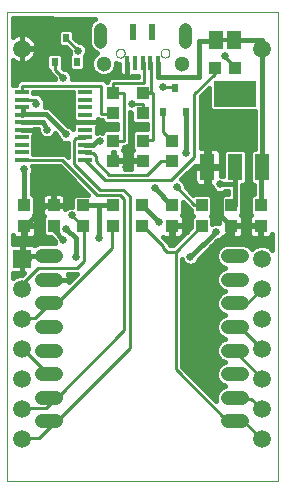
<source format=gtl>
G75*
%MOIN*%
%OFA0B0*%
%FSLAX25Y25*%
%IPPOS*%
%LPD*%
%AMOC8*
5,1,8,0,0,1.08239X$1,22.5*
%
%ADD10C,0.00000*%
%ADD11R,0.03937X0.04331*%
%ADD12R,0.04331X0.03937*%
%ADD13R,0.04500X0.01500*%
%ADD14R,0.02362X0.02756*%
%ADD15R,0.04800X0.08800*%
%ADD16R,0.14173X0.08661*%
%ADD17R,0.02362X0.05315*%
%ADD18R,0.01575X0.04921*%
%ADD19C,0.05118*%
%ADD20C,0.04331*%
%ADD21C,0.05906*%
%ADD22R,0.05906X0.05906*%
%ADD23C,0.04724*%
%ADD24R,0.04600X0.06300*%
%ADD25C,0.01200*%
%ADD26C,0.01000*%
%ADD27C,0.02600*%
%ADD28C,0.01600*%
D10*
X0001800Y0001800D02*
X0001800Y0158296D01*
X0038119Y0144517D02*
X0038121Y0144594D01*
X0038127Y0144670D01*
X0038137Y0144746D01*
X0038151Y0144821D01*
X0038168Y0144896D01*
X0038190Y0144969D01*
X0038215Y0145042D01*
X0038245Y0145113D01*
X0038277Y0145182D01*
X0038314Y0145249D01*
X0038353Y0145315D01*
X0038396Y0145378D01*
X0038443Y0145439D01*
X0038492Y0145498D01*
X0038545Y0145554D01*
X0038600Y0145607D01*
X0038658Y0145657D01*
X0038718Y0145704D01*
X0038781Y0145748D01*
X0038846Y0145789D01*
X0038913Y0145826D01*
X0038982Y0145860D01*
X0039052Y0145890D01*
X0039124Y0145916D01*
X0039198Y0145938D01*
X0039272Y0145957D01*
X0039347Y0145972D01*
X0039423Y0145983D01*
X0039499Y0145990D01*
X0039576Y0145993D01*
X0039652Y0145992D01*
X0039729Y0145987D01*
X0039805Y0145978D01*
X0039881Y0145965D01*
X0039955Y0145948D01*
X0040029Y0145928D01*
X0040102Y0145903D01*
X0040173Y0145875D01*
X0040243Y0145843D01*
X0040311Y0145808D01*
X0040377Y0145769D01*
X0040441Y0145727D01*
X0040502Y0145681D01*
X0040562Y0145632D01*
X0040618Y0145581D01*
X0040672Y0145526D01*
X0040723Y0145469D01*
X0040771Y0145409D01*
X0040816Y0145347D01*
X0040857Y0145282D01*
X0040895Y0145216D01*
X0040930Y0145148D01*
X0040960Y0145077D01*
X0040988Y0145006D01*
X0041011Y0144933D01*
X0041031Y0144859D01*
X0041047Y0144784D01*
X0041059Y0144708D01*
X0041067Y0144632D01*
X0041071Y0144555D01*
X0041071Y0144479D01*
X0041067Y0144402D01*
X0041059Y0144326D01*
X0041047Y0144250D01*
X0041031Y0144175D01*
X0041011Y0144101D01*
X0040988Y0144028D01*
X0040960Y0143957D01*
X0040930Y0143886D01*
X0040895Y0143818D01*
X0040857Y0143752D01*
X0040816Y0143687D01*
X0040771Y0143625D01*
X0040723Y0143565D01*
X0040672Y0143508D01*
X0040618Y0143453D01*
X0040562Y0143402D01*
X0040502Y0143353D01*
X0040441Y0143307D01*
X0040377Y0143265D01*
X0040311Y0143226D01*
X0040243Y0143191D01*
X0040173Y0143159D01*
X0040102Y0143131D01*
X0040029Y0143106D01*
X0039955Y0143086D01*
X0039881Y0143069D01*
X0039805Y0143056D01*
X0039729Y0143047D01*
X0039652Y0143042D01*
X0039576Y0143041D01*
X0039499Y0143044D01*
X0039423Y0143051D01*
X0039347Y0143062D01*
X0039272Y0143077D01*
X0039198Y0143096D01*
X0039124Y0143118D01*
X0039052Y0143144D01*
X0038982Y0143174D01*
X0038913Y0143208D01*
X0038846Y0143245D01*
X0038781Y0143286D01*
X0038718Y0143330D01*
X0038658Y0143377D01*
X0038600Y0143427D01*
X0038545Y0143480D01*
X0038492Y0143536D01*
X0038443Y0143595D01*
X0038396Y0143656D01*
X0038353Y0143719D01*
X0038314Y0143785D01*
X0038277Y0143852D01*
X0038245Y0143921D01*
X0038215Y0143992D01*
X0038190Y0144065D01*
X0038168Y0144138D01*
X0038151Y0144213D01*
X0038137Y0144288D01*
X0038127Y0144364D01*
X0038121Y0144440D01*
X0038119Y0144517D01*
X0001800Y0158295D02*
X0092352Y0158295D01*
X0092351Y0158296D02*
X0092351Y0001800D01*
X0001800Y0001800D01*
X0053080Y0144517D02*
X0053082Y0144594D01*
X0053088Y0144670D01*
X0053098Y0144746D01*
X0053112Y0144821D01*
X0053129Y0144896D01*
X0053151Y0144969D01*
X0053176Y0145042D01*
X0053206Y0145113D01*
X0053238Y0145182D01*
X0053275Y0145249D01*
X0053314Y0145315D01*
X0053357Y0145378D01*
X0053404Y0145439D01*
X0053453Y0145498D01*
X0053506Y0145554D01*
X0053561Y0145607D01*
X0053619Y0145657D01*
X0053679Y0145704D01*
X0053742Y0145748D01*
X0053807Y0145789D01*
X0053874Y0145826D01*
X0053943Y0145860D01*
X0054013Y0145890D01*
X0054085Y0145916D01*
X0054159Y0145938D01*
X0054233Y0145957D01*
X0054308Y0145972D01*
X0054384Y0145983D01*
X0054460Y0145990D01*
X0054537Y0145993D01*
X0054613Y0145992D01*
X0054690Y0145987D01*
X0054766Y0145978D01*
X0054842Y0145965D01*
X0054916Y0145948D01*
X0054990Y0145928D01*
X0055063Y0145903D01*
X0055134Y0145875D01*
X0055204Y0145843D01*
X0055272Y0145808D01*
X0055338Y0145769D01*
X0055402Y0145727D01*
X0055463Y0145681D01*
X0055523Y0145632D01*
X0055579Y0145581D01*
X0055633Y0145526D01*
X0055684Y0145469D01*
X0055732Y0145409D01*
X0055777Y0145347D01*
X0055818Y0145282D01*
X0055856Y0145216D01*
X0055891Y0145148D01*
X0055921Y0145077D01*
X0055949Y0145006D01*
X0055972Y0144933D01*
X0055992Y0144859D01*
X0056008Y0144784D01*
X0056020Y0144708D01*
X0056028Y0144632D01*
X0056032Y0144555D01*
X0056032Y0144479D01*
X0056028Y0144402D01*
X0056020Y0144326D01*
X0056008Y0144250D01*
X0055992Y0144175D01*
X0055972Y0144101D01*
X0055949Y0144028D01*
X0055921Y0143957D01*
X0055891Y0143886D01*
X0055856Y0143818D01*
X0055818Y0143752D01*
X0055777Y0143687D01*
X0055732Y0143625D01*
X0055684Y0143565D01*
X0055633Y0143508D01*
X0055579Y0143453D01*
X0055523Y0143402D01*
X0055463Y0143353D01*
X0055402Y0143307D01*
X0055338Y0143265D01*
X0055272Y0143226D01*
X0055204Y0143191D01*
X0055134Y0143159D01*
X0055063Y0143131D01*
X0054990Y0143106D01*
X0054916Y0143086D01*
X0054842Y0143069D01*
X0054766Y0143056D01*
X0054690Y0143047D01*
X0054613Y0143042D01*
X0054537Y0143041D01*
X0054460Y0143044D01*
X0054384Y0143051D01*
X0054308Y0143062D01*
X0054233Y0143077D01*
X0054159Y0143096D01*
X0054085Y0143118D01*
X0054013Y0143144D01*
X0053943Y0143174D01*
X0053874Y0143208D01*
X0053807Y0143245D01*
X0053742Y0143286D01*
X0053679Y0143330D01*
X0053619Y0143377D01*
X0053561Y0143427D01*
X0053506Y0143480D01*
X0053453Y0143536D01*
X0053404Y0143595D01*
X0053357Y0143656D01*
X0053314Y0143719D01*
X0053275Y0143785D01*
X0053238Y0143852D01*
X0053206Y0143921D01*
X0053176Y0143992D01*
X0053151Y0144065D01*
X0053129Y0144138D01*
X0053112Y0144213D01*
X0053098Y0144288D01*
X0053088Y0144364D01*
X0053082Y0144440D01*
X0053080Y0144517D01*
D11*
X0047076Y0115383D03*
X0047076Y0108690D03*
X0056918Y0093729D03*
X0056918Y0087036D03*
X0066761Y0087036D03*
X0066761Y0093729D03*
X0076603Y0093729D03*
X0076603Y0087036D03*
X0086446Y0087036D03*
X0086446Y0093729D03*
X0077981Y0139595D03*
X0071288Y0139595D03*
X0037233Y0115383D03*
X0037233Y0108690D03*
X0017391Y0093729D03*
X0017391Y0087036D03*
X0007548Y0087036D03*
X0007548Y0093729D03*
D12*
X0027233Y0093729D03*
X0027233Y0087036D03*
X0037076Y0087036D03*
X0037076Y0093729D03*
X0046918Y0093729D03*
X0046918Y0087036D03*
X0056918Y0108690D03*
X0056918Y0115383D03*
X0047076Y0124438D03*
X0047076Y0131131D03*
X0037233Y0131131D03*
X0037233Y0124438D03*
D13*
X0027878Y0123952D03*
X0027878Y0121452D03*
X0027878Y0118952D03*
X0027878Y0116452D03*
X0027878Y0113952D03*
X0027878Y0111452D03*
X0027878Y0108952D03*
X0027878Y0126452D03*
X0027878Y0128952D03*
X0027878Y0131452D03*
X0006778Y0131452D03*
X0006778Y0128952D03*
X0006778Y0126452D03*
X0006778Y0123952D03*
X0006778Y0121452D03*
X0006778Y0118952D03*
X0006778Y0116452D03*
X0006778Y0113952D03*
X0006778Y0111452D03*
X0006778Y0108952D03*
D14*
X0017745Y0141564D03*
X0021485Y0149438D03*
X0025225Y0141564D03*
X0053965Y0125028D03*
X0057706Y0132902D03*
X0061446Y0125028D03*
D15*
X0068700Y0106631D03*
X0077800Y0106631D03*
X0086900Y0106631D03*
D16*
X0077800Y0131032D03*
D17*
X0050225Y0151603D03*
X0043926Y0151603D03*
D18*
X0044517Y0141072D03*
X0047076Y0141072D03*
X0049635Y0141072D03*
X0052194Y0141072D03*
X0041957Y0141072D03*
D19*
X0034083Y0140973D03*
X0060068Y0140973D03*
D20*
X0061249Y0148257D02*
X0061249Y0152587D01*
X0032902Y0152587D02*
X0032902Y0148257D01*
D21*
X0006800Y0146048D03*
X0006800Y0066048D03*
X0006800Y0056048D03*
X0006800Y0046048D03*
X0006800Y0036048D03*
X0006800Y0026048D03*
X0006800Y0016048D03*
X0086800Y0016048D03*
X0086800Y0026048D03*
X0086800Y0036048D03*
X0086800Y0046048D03*
X0086800Y0056048D03*
X0086800Y0066048D03*
X0086800Y0076048D03*
X0086800Y0146048D03*
D22*
X0006800Y0076048D03*
D23*
X0013591Y0076871D02*
X0018316Y0076871D01*
X0018316Y0068997D02*
X0013591Y0068997D01*
X0013591Y0061123D02*
X0018316Y0061123D01*
X0018316Y0053249D02*
X0013591Y0053249D01*
X0013591Y0045375D02*
X0018316Y0045375D01*
X0018316Y0037501D02*
X0013591Y0037501D01*
X0013591Y0029627D02*
X0018316Y0029627D01*
X0018316Y0021753D02*
X0013591Y0021753D01*
X0075402Y0021753D02*
X0080127Y0021753D01*
X0080127Y0029627D02*
X0075402Y0029627D01*
X0075402Y0037501D02*
X0080127Y0037501D01*
X0080127Y0045375D02*
X0075402Y0045375D01*
X0075402Y0053249D02*
X0080127Y0053249D01*
X0080127Y0061123D02*
X0075402Y0061123D01*
X0075402Y0068997D02*
X0080127Y0068997D01*
X0080127Y0076871D02*
X0075402Y0076871D01*
D24*
X0077398Y0148847D03*
X0071398Y0148847D03*
D25*
X0071898Y0148847D02*
X0076898Y0148847D01*
X0049831Y0141072D02*
X0049635Y0141072D01*
X0047469Y0141072D02*
X0047076Y0141072D01*
X0047076Y0131328D02*
X0047076Y0131131D01*
X0047076Y0131328D02*
X0049831Y0131328D01*
X0037233Y0124438D02*
X0037233Y0124241D01*
X0006778Y0128952D02*
X0006778Y0128965D01*
X0006778Y0131452D02*
X0006918Y0131452D01*
D26*
X0006918Y0133690D01*
X0033296Y0133690D01*
X0033296Y0124241D01*
X0037233Y0124241D01*
X0037233Y0131131D02*
X0040776Y0131131D01*
X0040776Y0115186D01*
X0037233Y0115186D01*
X0037233Y0115383D01*
X0031500Y0110250D02*
X0031500Y0108450D01*
X0036000Y0103950D01*
X0048600Y0103950D01*
X0053100Y0108450D01*
X0056700Y0108450D01*
X0056918Y0108690D01*
X0056700Y0102150D02*
X0034650Y0102150D01*
X0027900Y0108900D01*
X0027878Y0108952D01*
X0027900Y0111150D02*
X0027878Y0111452D01*
X0027900Y0111150D02*
X0030600Y0111150D01*
X0031500Y0110250D01*
X0027450Y0116100D02*
X0027878Y0116452D01*
X0027450Y0116100D02*
X0024750Y0116100D01*
X0024300Y0115650D01*
X0024300Y0107550D01*
X0032850Y0099000D01*
X0040500Y0099000D01*
X0042750Y0096750D01*
X0042750Y0046350D01*
X0018450Y0022050D01*
X0018316Y0021753D01*
X0018000Y0021600D01*
X0012600Y0016200D01*
X0007200Y0016200D01*
X0006800Y0016048D01*
X0006800Y0026048D02*
X0007200Y0026100D01*
X0014850Y0026100D01*
X0018000Y0029250D01*
X0018316Y0029627D01*
X0018450Y0029700D01*
X0040950Y0052200D01*
X0040950Y0095850D01*
X0039600Y0097200D01*
X0031950Y0097200D01*
X0020250Y0108900D01*
X0007200Y0108900D01*
X0006778Y0108952D01*
X0011643Y0127587D02*
X0011643Y0128965D01*
X0006778Y0128965D01*
X0018000Y0141300D02*
X0017745Y0141564D01*
X0018000Y0141300D02*
X0018000Y0139050D01*
X0020700Y0136350D01*
X0025650Y0145350D02*
X0021600Y0149400D01*
X0021485Y0149438D01*
X0037233Y0134477D02*
X0037233Y0131131D01*
X0037233Y0134477D02*
X0047469Y0134477D01*
X0047469Y0141072D01*
X0049831Y0141072D02*
X0049831Y0131328D01*
X0050619Y0131131D02*
X0050619Y0115580D01*
X0047076Y0115580D01*
X0047076Y0115383D01*
X0047076Y0124438D02*
X0047076Y0127587D01*
X0043532Y0127587D01*
X0047076Y0131131D02*
X0050619Y0131131D01*
X0054000Y0133200D02*
X0057600Y0133200D01*
X0057706Y0132902D01*
X0053965Y0125028D02*
X0054000Y0124650D01*
X0054000Y0118350D01*
X0056700Y0115650D01*
X0056918Y0115383D01*
X0064350Y0109800D02*
X0056700Y0102150D01*
X0058500Y0099900D02*
X0064350Y0094050D01*
X0066600Y0094050D01*
X0066761Y0093729D01*
X0066761Y0087036D02*
X0066600Y0086850D01*
X0058050Y0078300D01*
X0058050Y0039150D01*
X0075150Y0022050D01*
X0075402Y0021753D01*
X0075600Y0021600D01*
X0081000Y0021600D01*
X0086400Y0016200D01*
X0086800Y0016048D01*
X0086800Y0026048D02*
X0086400Y0026100D01*
X0083250Y0029250D01*
X0075600Y0029250D01*
X0075402Y0029627D01*
X0086400Y0036450D02*
X0077850Y0045000D01*
X0075600Y0045000D01*
X0075402Y0045375D01*
X0075600Y0053100D02*
X0075402Y0053249D01*
X0075600Y0053100D02*
X0079650Y0053100D01*
X0086400Y0046350D01*
X0086800Y0046048D01*
X0086400Y0036450D02*
X0086800Y0036048D01*
X0081900Y0061200D02*
X0075600Y0061200D01*
X0075402Y0061123D01*
X0081900Y0061200D02*
X0086400Y0065700D01*
X0086800Y0066048D01*
X0064350Y0109800D02*
X0064350Y0130950D01*
X0071100Y0137700D01*
X0071100Y0139500D01*
X0071288Y0139595D01*
X0074700Y0143100D02*
X0074700Y0143550D01*
X0074700Y0143100D02*
X0077850Y0139950D01*
X0077981Y0139595D01*
X0047250Y0086850D02*
X0046918Y0087036D01*
X0047250Y0086850D02*
X0054000Y0080100D01*
X0054000Y0079650D01*
X0055350Y0078300D01*
X0058050Y0078300D01*
X0036900Y0079650D02*
X0018450Y0061200D01*
X0018316Y0061123D01*
X0018000Y0060750D01*
X0015750Y0060750D01*
X0011250Y0056250D01*
X0007200Y0056250D01*
X0006800Y0056048D01*
X0006800Y0046048D02*
X0007200Y0045900D01*
X0015300Y0037800D01*
X0018000Y0037800D01*
X0018316Y0037501D01*
X0007200Y0066150D02*
X0006800Y0066048D01*
X0007200Y0066150D02*
X0007200Y0067950D01*
X0012150Y0072900D01*
X0025200Y0072900D01*
X0027450Y0075150D01*
X0027450Y0086850D01*
X0027233Y0087036D01*
X0027000Y0086850D01*
X0023400Y0090450D01*
X0036900Y0086850D02*
X0036900Y0079650D01*
X0036900Y0086850D02*
X0037076Y0087036D01*
D27*
X0032400Y0082800D03*
X0024750Y0076500D03*
X0020700Y0082350D03*
X0021600Y0085950D03*
X0023400Y0090450D03*
X0032850Y0115200D03*
X0041400Y0106650D03*
X0051300Y0099450D03*
X0052650Y0088200D03*
X0056700Y0081000D03*
X0063000Y0076500D03*
X0069300Y0078300D03*
X0071550Y0085050D03*
X0072900Y0100800D03*
X0061650Y0111150D03*
X0058500Y0099900D03*
X0043532Y0127587D03*
X0054000Y0133200D03*
X0074700Y0143550D03*
X0025650Y0145350D03*
X0020700Y0136350D03*
X0015300Y0130950D03*
X0011643Y0127587D03*
X0015187Y0118969D03*
X0011643Y0116170D03*
X0007650Y0105750D03*
X0021600Y0117450D03*
D28*
X0014850Y0124200D01*
X0007650Y0124200D01*
X0006778Y0123952D01*
X0007200Y0124200D01*
X0007200Y0126450D01*
X0006778Y0126452D01*
X0006778Y0121452D02*
X0011137Y0121500D01*
X0013837Y0121500D01*
X0015187Y0118969D01*
X0017645Y0117326D02*
X0016830Y0116510D01*
X0015764Y0116069D01*
X0014610Y0116069D01*
X0013544Y0116510D01*
X0012729Y0117326D01*
X0012287Y0118392D01*
X0012287Y0119100D01*
X0011150Y0119100D01*
X0011028Y0119099D01*
X0011028Y0118952D01*
X0006778Y0118952D01*
X0006778Y0118952D01*
X0011028Y0118952D01*
X0011028Y0117938D01*
X0010891Y0117430D01*
X0010628Y0116974D01*
X0010628Y0116973D01*
X0010628Y0111000D01*
X0021120Y0111000D01*
X0022200Y0109920D01*
X0022200Y0114560D01*
X0022177Y0114550D01*
X0021023Y0114550D01*
X0019957Y0114991D01*
X0019141Y0115807D01*
X0018700Y0116873D01*
X0018700Y0116956D01*
X0017846Y0117810D01*
X0017645Y0117326D01*
X0017212Y0116893D02*
X0018700Y0116893D01*
X0019654Y0115294D02*
X0010628Y0115294D01*
X0011643Y0116170D02*
X0011643Y0118952D01*
X0006778Y0118952D01*
X0011028Y0118491D02*
X0012287Y0118491D01*
X0013162Y0116893D02*
X0010628Y0116893D01*
X0010628Y0113696D02*
X0022200Y0113696D01*
X0022200Y0112097D02*
X0010628Y0112097D01*
X0010354Y0106800D02*
X0019380Y0106800D01*
X0028883Y0097298D01*
X0024405Y0097298D01*
X0023468Y0096360D01*
X0023468Y0093350D01*
X0022823Y0093350D01*
X0021757Y0092908D01*
X0021359Y0092510D01*
X0021359Y0093545D01*
X0017575Y0093545D01*
X0017575Y0093913D01*
X0021359Y0093913D01*
X0021359Y0096158D01*
X0021223Y0096666D01*
X0020959Y0097123D01*
X0020587Y0097495D01*
X0020131Y0097758D01*
X0019622Y0097894D01*
X0017575Y0097894D01*
X0017575Y0093913D01*
X0017206Y0093913D01*
X0017206Y0093545D01*
X0013422Y0093545D01*
X0013422Y0091300D01*
X0013558Y0090792D01*
X0013822Y0090336D01*
X0014058Y0090100D01*
X0013822Y0089864D01*
X0013822Y0084208D01*
X0014759Y0083271D01*
X0016385Y0083271D01*
X0017800Y0081856D01*
X0017800Y0081773D01*
X0018024Y0081233D01*
X0013248Y0081233D01*
X0012570Y0081126D01*
X0011917Y0080913D01*
X0011305Y0080602D01*
X0011117Y0080465D01*
X0010981Y0080601D01*
X0010525Y0080864D01*
X0010016Y0081001D01*
X0006875Y0081001D01*
X0006875Y0076123D01*
X0009293Y0076123D01*
X0009317Y0075973D01*
X0006875Y0075973D01*
X0006875Y0071095D01*
X0007375Y0071095D01*
X0006881Y0070601D01*
X0005894Y0070601D01*
X0004221Y0069908D01*
X0003800Y0069487D01*
X0003800Y0071095D01*
X0006725Y0071095D01*
X0006725Y0075973D01*
X0006875Y0075973D01*
X0006875Y0076123D01*
X0006725Y0076123D01*
X0006725Y0081001D01*
X0003800Y0081001D01*
X0003800Y0083953D01*
X0003979Y0083643D01*
X0004351Y0083270D01*
X0004808Y0083007D01*
X0005316Y0082871D01*
X0007364Y0082871D01*
X0007364Y0086852D01*
X0007732Y0086852D01*
X0007732Y0082871D01*
X0009780Y0082871D01*
X0010288Y0083007D01*
X0010745Y0083270D01*
X0011117Y0083643D01*
X0011380Y0084099D01*
X0011517Y0084608D01*
X0011517Y0086852D01*
X0007732Y0086852D01*
X0007732Y0087220D01*
X0011517Y0087220D01*
X0011517Y0089465D01*
X0011380Y0089974D01*
X0011117Y0090430D01*
X0010881Y0090666D01*
X0011117Y0090901D01*
X0011117Y0096557D01*
X0010179Y0097494D01*
X0010050Y0097494D01*
X0010050Y0104049D01*
X0010108Y0104107D01*
X0010550Y0105173D01*
X0010550Y0106327D01*
X0010354Y0106800D01*
X0010550Y0105703D02*
X0020477Y0105703D01*
X0022075Y0104105D02*
X0010106Y0104105D01*
X0010050Y0102506D02*
X0023674Y0102506D01*
X0025272Y0100908D02*
X0010050Y0100908D01*
X0010050Y0099309D02*
X0026871Y0099309D01*
X0028469Y0097711D02*
X0020213Y0097711D01*
X0021359Y0096112D02*
X0023468Y0096112D01*
X0023468Y0094514D02*
X0021359Y0094514D01*
X0021359Y0092915D02*
X0021773Y0092915D01*
X0021600Y0085950D02*
X0024750Y0082800D01*
X0024750Y0076500D01*
X0025080Y0070800D02*
X0022293Y0070800D01*
X0022358Y0070671D01*
X0022571Y0070018D01*
X0022678Y0069340D01*
X0022678Y0068997D01*
X0018316Y0068997D01*
X0018316Y0068997D01*
X0022678Y0068997D01*
X0022678Y0068654D01*
X0022630Y0068350D01*
X0025080Y0070800D01*
X0024816Y0070536D02*
X0022402Y0070536D01*
X0022678Y0068937D02*
X0023218Y0068937D01*
X0018316Y0076871D02*
X0018000Y0076950D01*
X0007650Y0076950D01*
X0006800Y0076048D01*
X0007200Y0076050D01*
X0007200Y0086850D01*
X0007548Y0087036D01*
X0008100Y0087300D01*
X0014400Y0093600D01*
X0017100Y0093600D01*
X0017391Y0093729D01*
X0017206Y0093913D02*
X0013422Y0093913D01*
X0013422Y0096158D01*
X0013558Y0096666D01*
X0013822Y0097123D01*
X0014194Y0097495D01*
X0014650Y0097758D01*
X0015159Y0097894D01*
X0017206Y0097894D01*
X0017206Y0093913D01*
X0017206Y0094514D02*
X0017575Y0094514D01*
X0017575Y0096112D02*
X0017206Y0096112D01*
X0017206Y0097711D02*
X0017575Y0097711D01*
X0014568Y0097711D02*
X0010050Y0097711D01*
X0011117Y0096112D02*
X0013422Y0096112D01*
X0013422Y0094514D02*
X0011117Y0094514D01*
X0011117Y0092915D02*
X0013422Y0092915D01*
X0013422Y0091317D02*
X0011117Y0091317D01*
X0011449Y0089718D02*
X0013822Y0089718D01*
X0013822Y0088120D02*
X0011517Y0088120D01*
X0011517Y0086521D02*
X0013822Y0086521D01*
X0013822Y0084923D02*
X0011517Y0084923D01*
X0010798Y0083324D02*
X0014706Y0083324D01*
X0017820Y0081726D02*
X0003800Y0081726D01*
X0003800Y0083324D02*
X0004298Y0083324D01*
X0007364Y0083324D02*
X0007732Y0083324D01*
X0007732Y0084923D02*
X0007364Y0084923D01*
X0007364Y0086521D02*
X0007732Y0086521D01*
X0006875Y0080127D02*
X0006725Y0080127D01*
X0006725Y0078529D02*
X0006875Y0078529D01*
X0006875Y0076930D02*
X0006725Y0076930D01*
X0006725Y0075332D02*
X0006875Y0075332D01*
X0006875Y0073733D02*
X0006725Y0073733D01*
X0006725Y0072134D02*
X0006875Y0072134D01*
X0005738Y0070536D02*
X0003800Y0070536D01*
X0017550Y0085500D02*
X0020700Y0082350D01*
X0017550Y0085500D02*
X0017550Y0086850D01*
X0017391Y0087036D01*
X0027233Y0093729D02*
X0027450Y0094050D01*
X0032400Y0094050D01*
X0032400Y0082800D01*
X0032400Y0094050D02*
X0036900Y0094050D01*
X0037076Y0093729D01*
X0041145Y0106050D02*
X0041202Y0106261D01*
X0041202Y0108505D01*
X0037417Y0108505D01*
X0037417Y0108874D01*
X0037049Y0108874D01*
X0037049Y0111617D01*
X0037417Y0111617D01*
X0037417Y0108874D01*
X0041202Y0108874D01*
X0041202Y0111118D01*
X0041065Y0111627D01*
X0040802Y0112083D01*
X0040566Y0112319D01*
X0040802Y0112555D01*
X0040802Y0113086D01*
X0041646Y0113086D01*
X0042876Y0114316D01*
X0042876Y0124720D01*
X0042955Y0124687D01*
X0043310Y0124687D01*
X0043310Y0121807D01*
X0044247Y0120869D01*
X0048519Y0120869D01*
X0048519Y0119148D01*
X0044444Y0119148D01*
X0043507Y0118211D01*
X0043507Y0112555D01*
X0043743Y0112319D01*
X0043507Y0112083D01*
X0043243Y0111627D01*
X0043107Y0111118D01*
X0043107Y0108874D01*
X0046891Y0108874D01*
X0046891Y0108505D01*
X0043107Y0108505D01*
X0043107Y0106261D01*
X0043164Y0106050D01*
X0041145Y0106050D01*
X0041400Y0106650D02*
X0041400Y0108900D01*
X0037350Y0108900D01*
X0037233Y0108690D01*
X0037049Y0108900D02*
X0037417Y0108900D01*
X0037417Y0110499D02*
X0037049Y0110499D01*
X0040788Y0112097D02*
X0043521Y0112097D01*
X0043507Y0113696D02*
X0042256Y0113696D01*
X0042876Y0115294D02*
X0043507Y0115294D01*
X0043507Y0116893D02*
X0042876Y0116893D01*
X0042876Y0118491D02*
X0043788Y0118491D01*
X0042876Y0120090D02*
X0048519Y0120090D01*
X0043428Y0121688D02*
X0042876Y0121688D01*
X0042876Y0123287D02*
X0043310Y0123287D01*
X0038676Y0120869D02*
X0038676Y0119148D01*
X0034602Y0119148D01*
X0033665Y0118211D01*
X0033665Y0118002D01*
X0033427Y0118100D01*
X0032273Y0118100D01*
X0031728Y0117874D01*
X0031728Y0119473D01*
X0031728Y0119474D01*
X0031991Y0119930D01*
X0032128Y0120438D01*
X0032128Y0121452D01*
X0032128Y0122440D01*
X0032426Y0122141D01*
X0033468Y0122141D01*
X0033468Y0121807D01*
X0034405Y0120869D01*
X0038676Y0120869D01*
X0038676Y0120090D02*
X0032034Y0120090D01*
X0032128Y0121452D02*
X0027878Y0121452D01*
X0032128Y0121452D01*
X0032128Y0121688D02*
X0033586Y0121688D01*
X0033945Y0118491D02*
X0031728Y0118491D01*
X0031950Y0115200D02*
X0030600Y0113850D01*
X0027900Y0113850D01*
X0027878Y0113952D01*
X0031950Y0115200D02*
X0032850Y0115200D01*
X0027878Y0121452D02*
X0027878Y0121452D01*
X0027450Y0121500D01*
X0024750Y0121500D01*
X0015300Y0130950D01*
X0013743Y0129835D02*
X0012512Y0131065D01*
X0010628Y0131065D01*
X0010628Y0131590D01*
X0024028Y0131590D01*
X0024028Y0123430D01*
X0024027Y0123430D01*
X0023764Y0122974D01*
X0023628Y0122465D01*
X0023628Y0121452D01*
X0027877Y0121452D01*
X0027877Y0121452D01*
X0023628Y0121452D01*
X0023628Y0120438D01*
X0023764Y0119930D01*
X0024027Y0119474D01*
X0024028Y0119473D01*
X0024028Y0119124D01*
X0023243Y0119908D01*
X0022177Y0120350D01*
X0022094Y0120350D01*
X0016209Y0126235D01*
X0015327Y0126600D01*
X0014372Y0126600D01*
X0014543Y0127011D01*
X0014543Y0128164D01*
X0014101Y0129230D01*
X0013743Y0129589D01*
X0013743Y0129835D01*
X0013743Y0129681D02*
X0024028Y0129681D01*
X0024028Y0131279D02*
X0010628Y0131279D01*
X0014543Y0128082D02*
X0024028Y0128082D01*
X0024028Y0126484D02*
X0015608Y0126484D01*
X0017559Y0124885D02*
X0024028Y0124885D01*
X0023945Y0123287D02*
X0019157Y0123287D01*
X0020756Y0121688D02*
X0023628Y0121688D01*
X0023721Y0120090D02*
X0022805Y0120090D01*
X0022200Y0110499D02*
X0021621Y0110499D01*
X0007650Y0105750D02*
X0007650Y0094050D01*
X0007548Y0093729D01*
X0004818Y0133802D02*
X0003865Y0133802D01*
X0003800Y0133737D01*
X0003800Y0142106D01*
X0004204Y0141812D01*
X0004899Y0141458D01*
X0005640Y0141217D01*
X0006410Y0141095D01*
X0006725Y0141095D01*
X0006725Y0145973D01*
X0006875Y0145973D01*
X0006875Y0141095D01*
X0007190Y0141095D01*
X0007960Y0141217D01*
X0008701Y0141458D01*
X0009396Y0141812D01*
X0010027Y0142270D01*
X0010578Y0142822D01*
X0011036Y0143452D01*
X0011390Y0144147D01*
X0011631Y0144888D01*
X0011753Y0145658D01*
X0011753Y0145973D01*
X0006875Y0145973D01*
X0006875Y0146123D01*
X0011753Y0146123D01*
X0011753Y0146438D01*
X0011631Y0147208D01*
X0011390Y0147949D01*
X0011036Y0148644D01*
X0010578Y0149275D01*
X0010027Y0149826D01*
X0009396Y0150284D01*
X0008701Y0150638D01*
X0007960Y0150879D01*
X0007190Y0151001D01*
X0006875Y0151001D01*
X0006875Y0146123D01*
X0006725Y0146123D01*
X0006725Y0151001D01*
X0006410Y0151001D01*
X0005640Y0150879D01*
X0004899Y0150638D01*
X0004204Y0150284D01*
X0003800Y0149990D01*
X0003800Y0156273D01*
X0031216Y0155964D01*
X0030769Y0155780D01*
X0029710Y0154720D01*
X0029137Y0153336D01*
X0029137Y0147508D01*
X0029710Y0146124D01*
X0030769Y0145065D01*
X0031931Y0144583D01*
X0031728Y0144499D01*
X0030558Y0143329D01*
X0029924Y0141801D01*
X0029924Y0140146D01*
X0030558Y0138617D01*
X0031728Y0137447D01*
X0033256Y0136814D01*
X0034911Y0136814D01*
X0036439Y0137447D01*
X0037609Y0138617D01*
X0038243Y0140146D01*
X0038243Y0141314D01*
X0038904Y0141040D01*
X0039170Y0141040D01*
X0039170Y0138348D01*
X0039306Y0137839D01*
X0039570Y0137383D01*
X0039942Y0137011D01*
X0040398Y0136747D01*
X0040907Y0136611D01*
X0041957Y0136611D01*
X0041957Y0141072D01*
X0041957Y0136643D01*
X0033690Y0136643D01*
X0033300Y0136800D01*
X0024750Y0136800D01*
X0020700Y0140850D01*
X0020700Y0143550D01*
X0018450Y0145800D01*
X0007200Y0145800D01*
X0006800Y0146048D01*
X0006725Y0145666D02*
X0006875Y0145666D01*
X0006875Y0144068D02*
X0006725Y0144068D01*
X0006725Y0142469D02*
X0006875Y0142469D01*
X0010225Y0142469D02*
X0014964Y0142469D01*
X0014964Y0143604D02*
X0014964Y0139523D01*
X0015900Y0138587D01*
X0015900Y0138180D01*
X0017800Y0136280D01*
X0017800Y0135790D01*
X0006048Y0135790D01*
X0004818Y0134560D01*
X0004818Y0133802D01*
X0004818Y0134476D02*
X0003800Y0134476D01*
X0003800Y0136075D02*
X0017800Y0136075D01*
X0016407Y0137673D02*
X0003800Y0137673D01*
X0003800Y0139272D02*
X0015215Y0139272D01*
X0014964Y0140870D02*
X0003800Y0140870D01*
X0006725Y0147265D02*
X0006875Y0147265D01*
X0006875Y0148863D02*
X0006725Y0148863D01*
X0006725Y0150462D02*
X0006875Y0150462D01*
X0009047Y0150462D02*
X0018704Y0150462D01*
X0018704Y0151478D02*
X0018704Y0147397D01*
X0019641Y0146460D01*
X0021570Y0146460D01*
X0022750Y0145280D01*
X0022750Y0144773D01*
X0023003Y0144163D01*
X0022444Y0143604D01*
X0022444Y0139523D01*
X0023381Y0138586D01*
X0027069Y0138586D01*
X0028006Y0139523D01*
X0028006Y0143604D01*
X0028006Y0143605D01*
X0028108Y0143707D01*
X0028550Y0144773D01*
X0028550Y0145927D01*
X0028108Y0146993D01*
X0027293Y0147808D01*
X0026227Y0148250D01*
X0025720Y0148250D01*
X0024266Y0149704D01*
X0024266Y0151478D01*
X0023329Y0152416D01*
X0019641Y0152416D01*
X0018704Y0151478D01*
X0019286Y0152060D02*
X0003800Y0152060D01*
X0003800Y0150462D02*
X0004553Y0150462D01*
X0003800Y0153659D02*
X0029270Y0153659D01*
X0029137Y0152060D02*
X0023685Y0152060D01*
X0024266Y0150462D02*
X0029137Y0150462D01*
X0029137Y0148863D02*
X0025107Y0148863D01*
X0027837Y0147265D02*
X0029238Y0147265D01*
X0028550Y0145666D02*
X0030168Y0145666D01*
X0031296Y0144068D02*
X0028258Y0144068D01*
X0028006Y0142469D02*
X0030201Y0142469D01*
X0029924Y0140870D02*
X0028006Y0140870D01*
X0027755Y0139272D02*
X0030286Y0139272D01*
X0031501Y0137673D02*
X0023291Y0137673D01*
X0023158Y0137993D02*
X0022343Y0138808D01*
X0021277Y0139250D01*
X0020770Y0139250D01*
X0020511Y0139508D01*
X0020526Y0139523D01*
X0020526Y0143604D01*
X0019589Y0144542D01*
X0015901Y0144542D01*
X0014964Y0143604D01*
X0015427Y0144068D02*
X0011349Y0144068D01*
X0011753Y0145666D02*
X0022364Y0145666D01*
X0022907Y0144068D02*
X0020063Y0144068D01*
X0020526Y0142469D02*
X0022444Y0142469D01*
X0022444Y0140870D02*
X0020526Y0140870D01*
X0020748Y0139272D02*
X0022695Y0139272D01*
X0023158Y0137993D02*
X0023600Y0136927D01*
X0023600Y0135790D01*
X0034166Y0135790D01*
X0035133Y0134823D01*
X0035133Y0135347D01*
X0036363Y0136577D01*
X0045369Y0136577D01*
X0045369Y0137011D01*
X0043973Y0137011D01*
X0043973Y0137011D01*
X0043517Y0136747D01*
X0043008Y0136611D01*
X0041958Y0136611D01*
X0041958Y0141072D01*
X0041957Y0141072D01*
X0041957Y0140870D02*
X0041958Y0140870D01*
X0041957Y0139272D02*
X0041958Y0139272D01*
X0041957Y0137673D02*
X0041958Y0137673D01*
X0039402Y0137673D02*
X0036665Y0137673D01*
X0035861Y0136075D02*
X0023600Y0136075D01*
X0018837Y0147265D02*
X0011612Y0147265D01*
X0010877Y0148863D02*
X0018704Y0148863D01*
X0030247Y0155257D02*
X0003800Y0155257D01*
X0038243Y0140870D02*
X0039170Y0140870D01*
X0039170Y0139272D02*
X0037880Y0139272D01*
X0052194Y0141072D02*
X0052194Y0136446D01*
X0065973Y0136446D01*
X0065973Y0148650D01*
X0071398Y0148650D01*
X0071398Y0148847D01*
X0077398Y0148847D02*
X0086800Y0148847D01*
X0086800Y0146048D01*
X0086850Y0145350D01*
X0086850Y0107100D01*
X0086900Y0106631D01*
X0086446Y0106631D01*
X0086446Y0093729D01*
X0084046Y0097494D02*
X0083814Y0097494D01*
X0082877Y0096557D01*
X0082877Y0090901D01*
X0083113Y0090666D01*
X0082877Y0090430D01*
X0082613Y0089974D01*
X0082477Y0089465D01*
X0082477Y0087220D01*
X0086261Y0087220D01*
X0086261Y0086852D01*
X0082477Y0086852D01*
X0082477Y0084608D01*
X0082613Y0084099D01*
X0082877Y0083643D01*
X0083249Y0083270D01*
X0083705Y0083007D01*
X0084214Y0082871D01*
X0086261Y0082871D01*
X0086261Y0086852D01*
X0086630Y0086852D01*
X0086630Y0082871D01*
X0088677Y0082871D01*
X0089186Y0083007D01*
X0089642Y0083270D01*
X0090015Y0083643D01*
X0090278Y0084099D01*
X0090351Y0084373D01*
X0090351Y0078935D01*
X0089379Y0079908D01*
X0087706Y0080601D01*
X0085894Y0080601D01*
X0084221Y0079908D01*
X0083457Y0079144D01*
X0082371Y0080230D01*
X0080915Y0080833D01*
X0074614Y0080833D01*
X0073158Y0080230D01*
X0072043Y0079115D01*
X0071440Y0077659D01*
X0071440Y0076083D01*
X0072043Y0074626D01*
X0073158Y0073512D01*
X0074553Y0072934D01*
X0073158Y0072356D01*
X0072043Y0071241D01*
X0071440Y0069785D01*
X0071440Y0068209D01*
X0072043Y0066752D01*
X0073158Y0065638D01*
X0074553Y0065060D01*
X0073158Y0064482D01*
X0072043Y0063367D01*
X0071440Y0061911D01*
X0071440Y0060335D01*
X0072043Y0058878D01*
X0073158Y0057764D01*
X0074553Y0057186D01*
X0073158Y0056608D01*
X0072043Y0055493D01*
X0071440Y0054037D01*
X0071440Y0052461D01*
X0072043Y0051004D01*
X0073158Y0049890D01*
X0074553Y0049312D01*
X0073158Y0048734D01*
X0072043Y0047619D01*
X0071440Y0046163D01*
X0071440Y0044587D01*
X0072043Y0043130D01*
X0073158Y0042016D01*
X0074553Y0041438D01*
X0073158Y0040860D01*
X0072043Y0039745D01*
X0071440Y0038289D01*
X0071440Y0036713D01*
X0072043Y0035256D01*
X0073158Y0034142D01*
X0074553Y0033564D01*
X0073158Y0032986D01*
X0072043Y0031871D01*
X0071440Y0030415D01*
X0071440Y0028839D01*
X0071517Y0028653D01*
X0060150Y0040020D01*
X0060150Y0075802D01*
X0060541Y0074857D01*
X0061357Y0074041D01*
X0062423Y0073600D01*
X0063577Y0073600D01*
X0064643Y0074041D01*
X0065458Y0074857D01*
X0065900Y0075923D01*
X0065900Y0076006D01*
X0072044Y0082150D01*
X0072127Y0082150D01*
X0073193Y0082591D01*
X0073701Y0083100D01*
X0073863Y0083007D01*
X0074371Y0082871D01*
X0076419Y0082871D01*
X0076419Y0086852D01*
X0076787Y0086852D01*
X0076787Y0082871D01*
X0078835Y0082871D01*
X0079344Y0083007D01*
X0079800Y0083270D01*
X0080172Y0083643D01*
X0080435Y0084099D01*
X0080572Y0084608D01*
X0080572Y0086852D01*
X0076787Y0086852D01*
X0076787Y0087220D01*
X0080572Y0087220D01*
X0080572Y0089465D01*
X0080435Y0089974D01*
X0080172Y0090430D01*
X0079936Y0090666D01*
X0080172Y0090901D01*
X0080172Y0093183D01*
X0080200Y0093252D01*
X0080200Y0100631D01*
X0080863Y0100631D01*
X0081800Y0101569D01*
X0081800Y0111694D01*
X0080863Y0112631D01*
X0074737Y0112631D01*
X0073800Y0111694D01*
X0073800Y0103566D01*
X0073477Y0103700D01*
X0073100Y0103700D01*
X0073100Y0106231D01*
X0069100Y0106231D01*
X0069100Y0100231D01*
X0070000Y0100231D01*
X0070000Y0100223D01*
X0070441Y0099157D01*
X0071257Y0098341D01*
X0072323Y0097900D01*
X0073477Y0097900D01*
X0074543Y0098341D01*
X0074601Y0098400D01*
X0075400Y0098400D01*
X0075400Y0097494D01*
X0073972Y0097494D01*
X0073035Y0096557D01*
X0073035Y0090901D01*
X0073270Y0090666D01*
X0073034Y0090430D01*
X0072771Y0089974D01*
X0072635Y0089465D01*
X0072635Y0087740D01*
X0072127Y0087950D01*
X0070973Y0087950D01*
X0070329Y0087683D01*
X0070329Y0089864D01*
X0069811Y0090383D01*
X0070329Y0090901D01*
X0070329Y0096557D01*
X0069392Y0097494D01*
X0064129Y0097494D01*
X0064002Y0097367D01*
X0061400Y0099970D01*
X0061400Y0100477D01*
X0060958Y0101543D01*
X0060143Y0102358D01*
X0059956Y0102436D01*
X0064551Y0107031D01*
X0068300Y0107031D01*
X0068300Y0106231D01*
X0069100Y0106231D01*
X0069100Y0107031D01*
X0073100Y0107031D01*
X0073100Y0111295D01*
X0072964Y0111803D01*
X0072700Y0112260D01*
X0072328Y0112632D01*
X0071872Y0112895D01*
X0071363Y0113031D01*
X0069100Y0113031D01*
X0069100Y0107032D01*
X0068300Y0107032D01*
X0068300Y0113031D01*
X0066450Y0113031D01*
X0066450Y0130080D01*
X0069113Y0132744D01*
X0069113Y0126039D01*
X0070051Y0125102D01*
X0084450Y0125102D01*
X0084450Y0112631D01*
X0083837Y0112631D01*
X0082900Y0111694D01*
X0082900Y0101569D01*
X0083837Y0100631D01*
X0084046Y0100631D01*
X0084046Y0097494D01*
X0084046Y0097711D02*
X0080200Y0097711D01*
X0080200Y0099309D02*
X0084046Y0099309D01*
X0083561Y0100908D02*
X0081139Y0100908D01*
X0081800Y0102506D02*
X0082900Y0102506D01*
X0082900Y0104105D02*
X0081800Y0104105D01*
X0081800Y0105703D02*
X0082900Y0105703D01*
X0082900Y0107302D02*
X0081800Y0107302D01*
X0081800Y0108900D02*
X0082900Y0108900D01*
X0082900Y0110499D02*
X0081800Y0110499D01*
X0081397Y0112097D02*
X0083303Y0112097D01*
X0084450Y0113696D02*
X0066450Y0113696D01*
X0066450Y0115294D02*
X0084450Y0115294D01*
X0084450Y0116893D02*
X0066450Y0116893D01*
X0066450Y0118491D02*
X0084450Y0118491D01*
X0084450Y0120090D02*
X0066450Y0120090D01*
X0066450Y0121688D02*
X0084450Y0121688D01*
X0084450Y0123287D02*
X0066450Y0123287D01*
X0066450Y0124885D02*
X0084450Y0124885D01*
X0074203Y0112097D02*
X0072794Y0112097D01*
X0073100Y0110499D02*
X0073800Y0110499D01*
X0073800Y0108900D02*
X0073100Y0108900D01*
X0073100Y0107302D02*
X0073800Y0107302D01*
X0073800Y0105703D02*
X0073100Y0105703D01*
X0073100Y0104105D02*
X0073800Y0104105D01*
X0072900Y0100800D02*
X0077800Y0100800D01*
X0077800Y0106631D01*
X0077800Y0100800D02*
X0077800Y0093729D01*
X0076603Y0093729D01*
X0075400Y0097711D02*
X0063659Y0097711D01*
X0062061Y0099309D02*
X0070379Y0099309D01*
X0070650Y0098550D02*
X0068850Y0100350D01*
X0068850Y0106200D01*
X0068700Y0106631D01*
X0068300Y0106231D02*
X0068300Y0100231D01*
X0066037Y0100231D01*
X0065528Y0100368D01*
X0065072Y0100631D01*
X0064700Y0101003D01*
X0064436Y0101460D01*
X0064300Y0101968D01*
X0064300Y0106231D01*
X0068300Y0106231D01*
X0068300Y0105703D02*
X0069100Y0105703D01*
X0069100Y0104105D02*
X0068300Y0104105D01*
X0068300Y0102506D02*
X0069100Y0102506D01*
X0069100Y0100908D02*
X0068300Y0100908D01*
X0070650Y0098550D02*
X0070650Y0092700D01*
X0076050Y0087300D01*
X0076603Y0087036D01*
X0076500Y0086400D01*
X0076500Y0085500D01*
X0069300Y0078300D01*
X0068423Y0078529D02*
X0071800Y0078529D01*
X0071440Y0076930D02*
X0066824Y0076930D01*
X0065655Y0075332D02*
X0071751Y0075332D01*
X0072937Y0073733D02*
X0063898Y0073733D01*
X0063000Y0076500D02*
X0071550Y0085050D01*
X0072635Y0088120D02*
X0070329Y0088120D01*
X0070329Y0089718D02*
X0072703Y0089718D01*
X0073035Y0091317D02*
X0070329Y0091317D01*
X0070329Y0092915D02*
X0073035Y0092915D01*
X0073035Y0094514D02*
X0070329Y0094514D01*
X0070329Y0096112D02*
X0073035Y0096112D01*
X0076603Y0087036D02*
X0076950Y0086850D01*
X0086400Y0086850D01*
X0086446Y0087036D01*
X0086630Y0086521D02*
X0086261Y0086521D01*
X0086261Y0084923D02*
X0086630Y0084923D01*
X0086630Y0083324D02*
X0086261Y0083324D01*
X0084751Y0080127D02*
X0082474Y0080127D01*
X0083196Y0083324D02*
X0079853Y0083324D01*
X0080572Y0084923D02*
X0082477Y0084923D01*
X0082477Y0086521D02*
X0080572Y0086521D01*
X0080572Y0088120D02*
X0082477Y0088120D01*
X0082545Y0089718D02*
X0080504Y0089718D01*
X0080172Y0091317D02*
X0082877Y0091317D01*
X0082877Y0092915D02*
X0080172Y0092915D01*
X0080200Y0094514D02*
X0082877Y0094514D01*
X0082877Y0096112D02*
X0080200Y0096112D01*
X0076787Y0086521D02*
X0076419Y0086521D01*
X0076419Y0084923D02*
X0076787Y0084923D01*
X0076787Y0083324D02*
X0076419Y0083324D01*
X0073055Y0080127D02*
X0070021Y0080127D01*
X0071620Y0081726D02*
X0090351Y0081726D01*
X0090351Y0083324D02*
X0089696Y0083324D01*
X0090351Y0080127D02*
X0088849Y0080127D01*
X0072937Y0072134D02*
X0060150Y0072134D01*
X0060150Y0070536D02*
X0071751Y0070536D01*
X0071440Y0068937D02*
X0060150Y0068937D01*
X0060150Y0067339D02*
X0071800Y0067339D01*
X0073055Y0065740D02*
X0060150Y0065740D01*
X0060150Y0064142D02*
X0072818Y0064142D01*
X0071702Y0062543D02*
X0060150Y0062543D01*
X0060150Y0060945D02*
X0071440Y0060945D01*
X0071850Y0059346D02*
X0060150Y0059346D01*
X0060150Y0057748D02*
X0073196Y0057748D01*
X0072700Y0056149D02*
X0060150Y0056149D01*
X0060150Y0054551D02*
X0071653Y0054551D01*
X0071440Y0052952D02*
X0060150Y0052952D01*
X0060150Y0051354D02*
X0071899Y0051354D01*
X0073483Y0049755D02*
X0060150Y0049755D01*
X0060150Y0048157D02*
X0072581Y0048157D01*
X0071604Y0046558D02*
X0060150Y0046558D01*
X0060150Y0044960D02*
X0071440Y0044960D01*
X0071948Y0043361D02*
X0060150Y0043361D01*
X0060150Y0041763D02*
X0073769Y0041763D01*
X0072462Y0040164D02*
X0060150Y0040164D01*
X0061604Y0038566D02*
X0071555Y0038566D01*
X0071440Y0036967D02*
X0063203Y0036967D01*
X0064801Y0035369D02*
X0071997Y0035369D01*
X0074055Y0033770D02*
X0066400Y0033770D01*
X0067998Y0032172D02*
X0072344Y0032172D01*
X0071506Y0030573D02*
X0069597Y0030573D01*
X0071195Y0028975D02*
X0071440Y0028975D01*
X0062102Y0073733D02*
X0060150Y0073733D01*
X0060150Y0075332D02*
X0060345Y0075332D01*
X0057180Y0080400D02*
X0059963Y0083183D01*
X0059659Y0083007D01*
X0059150Y0082871D01*
X0057102Y0082871D01*
X0057102Y0086852D01*
X0056734Y0086852D01*
X0056734Y0082871D01*
X0054686Y0082871D01*
X0054178Y0083007D01*
X0053906Y0083164D01*
X0054870Y0082200D01*
X0056100Y0080970D01*
X0056100Y0080520D01*
X0056220Y0080400D01*
X0057180Y0080400D01*
X0056700Y0081000D02*
X0056700Y0086850D01*
X0056918Y0087036D01*
X0057102Y0086852D02*
X0057102Y0087220D01*
X0060887Y0087220D01*
X0060887Y0089465D01*
X0060750Y0089974D01*
X0060487Y0090430D01*
X0060251Y0090666D01*
X0060487Y0090901D01*
X0060487Y0094944D01*
X0063192Y0092238D01*
X0063192Y0090901D01*
X0063710Y0090383D01*
X0063192Y0089864D01*
X0063192Y0086412D01*
X0060574Y0083794D01*
X0060750Y0084099D01*
X0060887Y0084608D01*
X0060887Y0086852D01*
X0057102Y0086852D01*
X0057102Y0086521D02*
X0056734Y0086521D01*
X0056734Y0084923D02*
X0057102Y0084923D01*
X0057102Y0083324D02*
X0056734Y0083324D01*
X0055344Y0081726D02*
X0058506Y0081726D01*
X0060887Y0084923D02*
X0061703Y0084923D01*
X0060887Y0086521D02*
X0063192Y0086521D01*
X0063192Y0088120D02*
X0060887Y0088120D01*
X0060819Y0089718D02*
X0063192Y0089718D01*
X0063192Y0091317D02*
X0060487Y0091317D01*
X0060487Y0092915D02*
X0062515Y0092915D01*
X0060916Y0094514D02*
X0060487Y0094514D01*
X0056918Y0093729D02*
X0056700Y0094050D01*
X0051300Y0099450D01*
X0047250Y0093600D02*
X0046918Y0093729D01*
X0047250Y0093600D02*
X0052650Y0088200D01*
X0060026Y0102506D02*
X0064300Y0102506D01*
X0064300Y0104105D02*
X0061625Y0104105D01*
X0063223Y0105703D02*
X0064300Y0105703D01*
X0064795Y0100908D02*
X0061222Y0100908D01*
X0068300Y0107302D02*
X0069100Y0107302D01*
X0069100Y0108900D02*
X0068300Y0108900D01*
X0068300Y0110499D02*
X0069100Y0110499D01*
X0069100Y0112097D02*
X0068300Y0112097D01*
X0061650Y0111150D02*
X0061650Y0124650D01*
X0061446Y0125028D01*
X0066450Y0126484D02*
X0069113Y0126484D01*
X0069113Y0128082D02*
X0066450Y0128082D01*
X0066450Y0129681D02*
X0069113Y0129681D01*
X0069113Y0131279D02*
X0067649Y0131279D01*
X0047076Y0108690D02*
X0046800Y0108900D01*
X0041400Y0108900D01*
X0041202Y0108900D02*
X0043107Y0108900D01*
X0043107Y0107302D02*
X0041202Y0107302D01*
X0041202Y0110499D02*
X0043107Y0110499D01*
M02*

</source>
